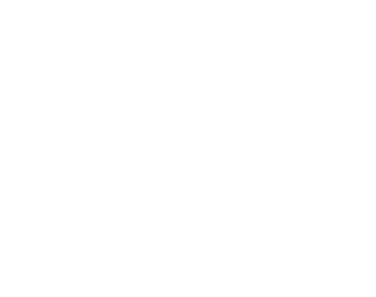
<source format=gbr>
%TF.GenerationSoftware,Altium Limited,Altium Designer,24.8.2 (39)*%
G04 Layer_Color=0*
%FSLAX45Y45*%
%MOMM*%
%TF.SameCoordinates,B03309B8-0E9A-45A2-8570-9956D1A1A338*%
%TF.FilePolarity,Positive*%
%TF.FileFunction,Plated,1,4,PTH,Drill*%
%TF.Part,CustomerPanel*%
G01*
G75*
%TA.AperFunction,ViaDrill,NotFilled*%
%ADD167C,0.15000*%
D167*
X3367332Y1839870D02*
D03*
X3242180Y1714972D02*
D03*
X3192188Y1714871D02*
D03*
X3142322Y1715067D02*
D03*
X3042299Y1714901D02*
D03*
X2817054Y1939884D02*
D03*
X2817166Y2090047D02*
D03*
X3092210Y2264865D02*
D03*
X2992180D02*
D03*
X4419992Y3369991D02*
D03*
Y2649993D02*
D03*
X4359992Y3369991D02*
D03*
X4389992Y3309991D02*
D03*
Y2709993D02*
D03*
Y2589993D02*
D03*
X4359992Y1329995D02*
D03*
X4239992Y2649993D02*
D03*
Y2529993D02*
D03*
X4209992Y2589993D02*
D03*
X4179992Y2529993D02*
D03*
X4119992Y3489991D02*
D03*
Y2529993D02*
D03*
Y2169994D02*
D03*
X4059992Y3489991D02*
D03*
Y3369991D02*
D03*
Y2529993D02*
D03*
X3999993Y3129992D02*
D03*
Y2529993D02*
D03*
X4029992Y2469993D02*
D03*
X3999993Y2409993D02*
D03*
Y2289993D02*
D03*
X4029992Y2229994D02*
D03*
X3999993Y2169994D02*
D03*
Y1929994D02*
D03*
X4029992Y1869994D02*
D03*
X3999993Y1809994D02*
D03*
X3969993Y3189992D02*
D03*
X3939993Y2529993D02*
D03*
X3969993Y2469993D02*
D03*
X3939993Y2409993D02*
D03*
X3969993Y2349993D02*
D03*
X3939993Y2289993D02*
D03*
X3969993Y2229994D02*
D03*
X3939993Y2169994D02*
D03*
Y1929994D02*
D03*
X3969993Y1869994D02*
D03*
X3939993Y1809994D02*
D03*
X3969993Y1749994D02*
D03*
X3909993Y3189992D02*
D03*
X3879993Y2529993D02*
D03*
X3909993Y2469993D02*
D03*
X3879993Y2409993D02*
D03*
X3909993Y2349993D02*
D03*
X3879993Y2289993D02*
D03*
X3909993Y2229994D02*
D03*
X3879993Y1929994D02*
D03*
X3909993Y1869994D02*
D03*
X3849993Y3669991D02*
D03*
Y3189992D02*
D03*
Y2469993D02*
D03*
X3819993Y1689995D02*
D03*
X3849993Y1629995D02*
D03*
X3819993Y1569995D02*
D03*
X3789993Y3669991D02*
D03*
Y3429991D02*
D03*
X3759993Y3249991D02*
D03*
X3789993Y3189992D02*
D03*
Y1749994D02*
D03*
X3759993Y1689995D02*
D03*
X3789993Y1629995D02*
D03*
X3759993Y1569995D02*
D03*
X3699993Y3489991D02*
D03*
X3729993Y3429991D02*
D03*
Y3309991D02*
D03*
Y3189992D02*
D03*
Y1749994D02*
D03*
Y1629995D02*
D03*
X3639993Y3369991D02*
D03*
Y2769992D02*
D03*
Y2169994D02*
D03*
X3519993Y3009992D02*
D03*
X3549993Y2829992D02*
D03*
X3429994Y2709993D02*
D03*
X2859995Y2769992D02*
D03*
X2799995D02*
D03*
X2829995Y2709993D02*
D03*
X2679995Y3249991D02*
D03*
Y2769992D02*
D03*
Y2649993D02*
D03*
X2619995Y3249991D02*
D03*
Y2769992D02*
D03*
X2649995Y2709993D02*
D03*
X2559995Y2769992D02*
D03*
X2589995Y2709993D02*
D03*
Y2229994D02*
D03*
X2499996Y3009992D02*
D03*
X2529995Y2709993D02*
D03*
X2469996Y1629995D02*
D03*
X2349996Y2829992D02*
D03*
X2319996Y2769992D02*
D03*
X2259996D02*
D03*
X2139996Y1689995D02*
D03*
X2169996Y1629995D02*
D03*
X2079996Y1689995D02*
D03*
X2109996Y1629995D02*
D03*
X2019996Y2169994D02*
D03*
X1959997D02*
D03*
X1989997Y1749994D02*
D03*
X1899997Y3249991D02*
D03*
Y1329995D02*
D03*
X1869997Y1389995D02*
D03*
X1839997Y1329995D02*
D03*
X1809997Y1389995D02*
D03*
X1779997Y1329995D02*
D03*
X1659997Y1569995D02*
D03*
X4190876Y1586751D02*
D03*
X4277216Y1553782D02*
D03*
X4407520Y2267657D02*
D03*
X4220428Y2266070D02*
D03*
X4228173Y1834177D02*
D03*
X4039999Y1749996D02*
D03*
X4029999Y2349996D02*
D03*
X1422449Y1733963D02*
D03*
X1443553Y2060972D02*
D03*
X1443988Y2300299D02*
D03*
Y2700411D02*
D03*
X1444999Y2939996D02*
D03*
X1439419Y3254396D02*
D03*
X1489999Y1839996D02*
D03*
X2186340Y1915663D02*
D03*
X2079999Y3449996D02*
D03*
X2185379Y3174614D02*
D03*
X2182363Y3118263D02*
D03*
X2218683Y3037029D02*
D03*
X2264999Y3079996D02*
D03*
X1959998Y2998204D02*
D03*
X2141585Y2739996D02*
D03*
X2144999Y2634996D02*
D03*
X2148229Y2681765D02*
D03*
X2473280Y3423624D02*
D03*
X2489999Y3339996D02*
D03*
X2323510Y3691896D02*
D03*
X2507943Y3448592D02*
D03*
X2939847Y3250139D02*
D03*
X2924186Y3320856D02*
D03*
X1889998Y2909996D02*
D03*
X1484999Y2904996D02*
D03*
X3006099Y3137084D02*
D03*
X2196506Y2101087D02*
D03*
X2171841Y2536411D02*
D03*
X2174998Y2594996D02*
D03*
X2424998Y2874996D02*
D03*
X1945000Y2354790D02*
D03*
X1987498Y2354341D02*
D03*
X1539719Y2540689D02*
D03*
X1514063Y2650931D02*
D03*
X1895370Y2789996D02*
D03*
X1899107Y2674996D02*
D03*
X1509999Y2754996D02*
D03*
X2597090Y3429020D02*
D03*
X2907092Y3402195D02*
D03*
X2932459Y3364882D02*
D03*
X3040512Y3567937D02*
D03*
X3324729Y2744802D02*
D03*
X2517110Y1834998D02*
D03*
X3288464Y1389625D02*
D03*
X2710921Y1992049D02*
D03*
X2739995Y2062049D02*
D03*
X3390314Y2005222D02*
D03*
X3309998Y1999996D02*
D03*
X3538717Y2715461D02*
D03*
X3494999Y2714996D02*
D03*
X3119414Y2979913D02*
D03*
X2291615Y2901110D02*
D03*
X3004972Y3327467D02*
D03*
X1869413Y1619411D02*
D03*
X1805426Y1903606D02*
D03*
X1509946Y2694943D02*
D03*
X1497498Y1968177D02*
D03*
X3055641Y1390596D02*
D03*
X2639999Y1608814D02*
D03*
X2891341Y1546338D02*
D03*
X3396461Y3249361D02*
D03*
X3235082Y3347496D02*
D03*
X3325106Y3018926D02*
D03*
X3785516Y1331978D02*
D03*
X3249994Y2714993D02*
D03*
X3191301Y3094724D02*
D03*
X3261854Y3074661D02*
D03*
X3093270Y3657496D02*
D03*
X2160000Y3617496D02*
D03*
X2095086Y3616639D02*
D03*
X1864920Y3539922D02*
D03*
X1944998Y1784996D02*
D03*
X1934998Y1834996D02*
D03*
X1658097Y1508257D02*
D03*
X1764999Y1464996D02*
D03*
X2764999Y3039996D02*
D03*
X1984999Y3354996D02*
D03*
X1925761Y3525761D02*
D03*
X2546100Y3035462D02*
D03*
X3365656Y2898630D02*
D03*
X3582435Y1996929D02*
D03*
X3572747Y2114660D02*
D03*
X3314998Y2139996D02*
D03*
Y2074996D02*
D03*
X2874999Y1804996D02*
D03*
X3094998Y1884996D02*
D03*
X3014999Y1804996D02*
D03*
X3309998Y1774996D02*
D03*
X3228102Y2127116D02*
D03*
X3669999Y1999996D02*
D03*
X3858747Y2154607D02*
D03*
X2375016Y2016792D02*
D03*
X2204998Y1699996D02*
D03*
X3904999Y1584996D02*
D03*
X2874999Y3469994D02*
D03*
X2208692Y1769817D02*
D03*
X1729954Y2927121D02*
D03*
X1931743Y1371125D02*
D03*
X4114998Y1389996D02*
D03*
X4119998Y1479996D02*
D03*
X2729995Y2104994D02*
D03*
X4289999Y1334996D02*
D03*
X3669999Y2109996D02*
D03*
X3872292Y2111888D02*
D03*
X3959351Y2109030D02*
D03*
X3862958Y1995111D02*
D03*
X3960303Y2000635D02*
D03*
X4250050Y1961055D02*
D03*
X4155050D02*
D03*
X4165050Y2136055D02*
D03*
X4255050D02*
D03*
X4370050D02*
D03*
Y1961055D02*
D03*
X4070050Y1971055D02*
D03*
X4065050Y2136055D02*
D03*
X4440050Y2141055D02*
D03*
Y1961055D02*
D03*
X4435050Y2486055D02*
D03*
Y2751055D02*
D03*
X4365050Y3671055D02*
D03*
X1690050Y1316055D02*
D03*
X1975050Y1311055D02*
D03*
X2341199Y2513125D02*
D03*
X3665615Y3601681D02*
D03*
X2701702Y1469851D02*
D03*
X2569998Y1397496D02*
D03*
X2093566Y1382235D02*
D03*
X1801534Y2204771D02*
D03*
X2251765Y2553228D02*
D03*
X2201759Y2209360D02*
D03*
X2198239Y2332731D02*
D03*
X2191701Y2269968D02*
D03*
X3423900Y3069284D02*
D03*
X3264999Y2899996D02*
D03*
X3474998D02*
D03*
X1913272Y2574996D02*
D03*
X2184998Y1981726D02*
D03*
X1809998Y2004996D02*
D03*
X3164509Y2367952D02*
D03*
X3832579Y2355790D02*
D03*
X3680102Y3327045D02*
D03*
X3679998Y3019996D02*
D03*
X4411007Y1834407D02*
D03*
X4101007Y1824407D02*
D03*
X4106007Y2274407D02*
D03*
X3434503Y2185785D02*
D03*
X2899999Y2389996D02*
D03*
X2942026Y2211607D02*
D03*
X4370261Y3088045D02*
D03*
X4024488Y3217666D02*
D03*
X2759434Y1701216D02*
D03*
X2889999Y1589996D02*
D03*
X2989999Y1544996D02*
D03*
X2794999Y2399329D02*
D03*
X2829998Y2629996D02*
D03*
X1682499Y3414996D02*
D03*
X1784573Y3403281D02*
D03*
X3174998Y3614996D02*
D03*
X3224999Y2989996D02*
D03*
X3209998Y2539996D02*
D03*
X3620001Y3565881D02*
D03*
X3634999Y3519996D02*
D03*
X3600001Y3479998D02*
D03*
X3589998Y3094996D02*
D03*
X3502233Y3422763D02*
D03*
X4364735Y3431534D02*
D03*
X2739999Y2539996D02*
D03*
X3428489Y2558485D02*
D03*
X3039055Y2637496D02*
D03*
X3939998D02*
D03*
X3874999Y2672496D02*
D03*
X3367498Y1968247D02*
D03*
X3629999Y2224996D02*
D03*
X3630000Y2419996D02*
D03*
X2455400Y2368692D02*
D03*
X2455354Y1987114D02*
D03*
X3124999Y1389996D02*
D03*
X3459998Y1384996D02*
D03*
X4079997Y3659995D02*
D03*
X4349999Y3571995D02*
D03*
X3784999Y3334996D02*
D03*
X3275470Y3470142D02*
D03*
X3241066Y3395358D02*
D03*
X2874999Y3069994D02*
D03*
X2949998Y3554996D02*
D03*
X1690072Y3613332D02*
D03*
X1445212Y3181532D02*
D03*
X2684998Y1834998D02*
D03*
X4228138Y2753826D02*
D03*
X4179998Y2754996D02*
D03*
X3824998Y2929996D02*
D03*
X2899999Y2624996D02*
D03*
X3583012Y2713794D02*
D03*
X3224999Y2754996D02*
D03*
X3389363Y2049673D02*
D03*
X3196521Y3145666D02*
D03*
X3245120Y3140221D02*
D03*
X3052556Y3104052D02*
D03*
X2804998Y1394996D02*
D03*
X3719998Y1849996D02*
D03*
X2503550Y1737030D02*
D03*
X3226742Y1580603D02*
D03*
X3277722Y1587004D02*
D03*
X3324198Y1715226D02*
D03*
X3092353Y1715020D02*
D03*
X3534999Y1564996D02*
D03*
X1494999Y2019996D02*
D03*
X1490177Y2183567D02*
D03*
X3064999Y1629996D02*
D03*
X3014999D02*
D03*
X2944999Y1719996D02*
D03*
X2817499Y1990013D02*
D03*
X2914999Y1449996D02*
D03*
X2817535Y2040126D02*
D03*
X3629999Y2914996D02*
D03*
X3969998Y2709996D02*
D03*
X1714999Y3234996D02*
D03*
X3549999Y1391177D02*
D03*
X3394999Y1394996D02*
D03*
X2294998Y2854996D02*
D03*
X3241867Y3245197D02*
D03*
X3099999Y3324996D02*
D03*
X2374999Y2094996D02*
D03*
Y2159996D02*
D03*
X1494999Y2104996D02*
D03*
X1504999Y2339996D02*
D03*
X1539998Y3019994D02*
D03*
X1524691Y2821227D02*
D03*
X1536663Y2893920D02*
D03*
X2364999Y2404996D02*
D03*
X2373642Y2222374D02*
D03*
X2394999Y1899996D02*
D03*
X1520556Y2501163D02*
D03*
X1509999Y2459996D02*
D03*
X1528619Y2584602D02*
D03*
X1503440Y2399667D02*
D03*
X2816778Y1854754D02*
D03*
X2703618Y1768395D02*
D03*
X1559998Y3174996D02*
D03*
X2959998Y2764996D02*
D03*
X3089998D02*
D03*
X3024999Y2759996D02*
D03*
X3461155Y1807013D02*
D03*
X1499999Y3054996D02*
D03*
X3049998Y3204996D02*
D03*
X2944998Y3154996D02*
D03*
X2904999Y3119996D02*
D03*
X2938236Y3431114D02*
D03*
X3039994Y3429991D02*
D03*
X3144999Y3419996D02*
D03*
X2989999Y3429996D02*
D03*
%TF.MD5,aeab59b3493550ea8476c771ab77e329*%
M02*

</source>
